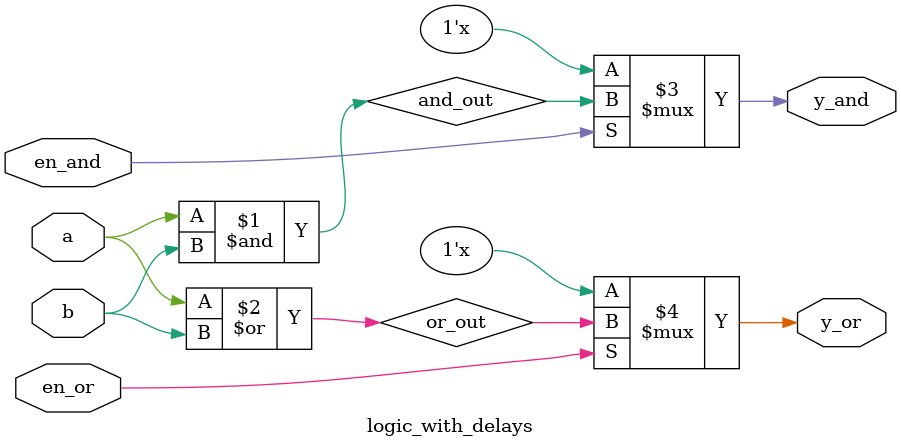
<source format=v>
`timescale 1ns / 1ps

module logic_with_delays (
    input  wire a, b,
    input  wire en_and, en_or,
    output wire y_and,
    output wire y_or
);

    wire and_out, or_out;

    // Gate delays: #(rise, fall)
    and #(4, 2) u1 (and_out, a, b);   // rise=4ns, fall=2ns
    or  #(3, 5) u2 (or_out,  a, b);   // rise=3ns, fall=5ns

    // Tri-state buffer to observe turn-off delay to Z
    // turn-off delay = min(rise, fall)
    bufif1 #(4, 2) b1 (y_and, and_out, en_and); // to Z in 2ns
    bufif1 #(3, 5) b2 (y_or,  or_out,  en_or);  // to Z in 3ns

endmodule



</source>
